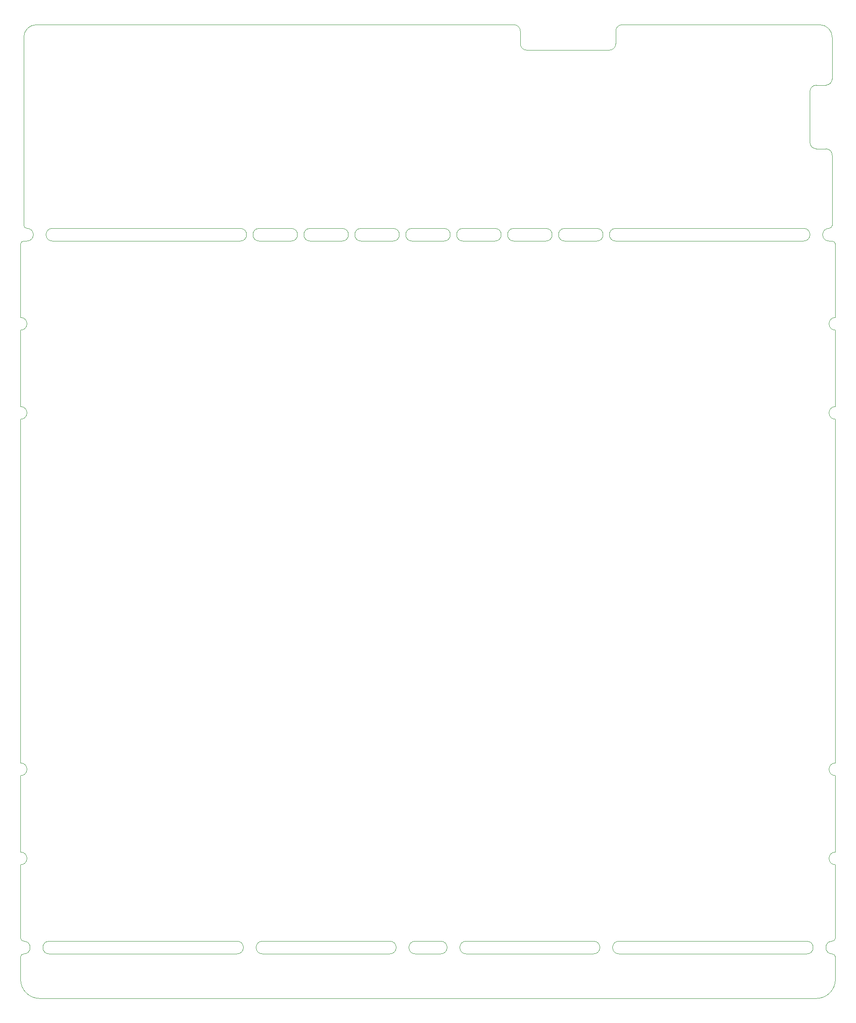
<source format=gm1>
G04 #@! TF.GenerationSoftware,KiCad,Pcbnew,5.0.1-33cea8e~68~ubuntu16.04.1*
G04 #@! TF.CreationDate,2018-10-30T17:20:45+05:30*
G04 #@! TF.ProjectId,ClockIOT,436C6F636B494F542E6B696361645F70,rev 3*
G04 #@! TF.SameCoordinates,Original*
G04 #@! TF.FileFunction,Profile,NP*
%FSLAX46Y46*%
G04 Gerber Fmt 4.6, Leading zero omitted, Abs format (unit mm)*
G04 Created by KiCad (PCBNEW 5.0.1-33cea8e~68~ubuntu16.04.1) date Tue Oct 30 17:20:45 2018*
%MOMM*%
%LPD*%
G01*
G04 APERTURE LIST*
%ADD10C,0.076200*%
G04 APERTURE END LIST*
D10*
X212090000Y-90805000D02*
G75*
G02X211455000Y-91440000I-635000J0D01*
G01*
X51435000Y-91440000D02*
G75*
G02X50800000Y-90805000I0J635000D01*
G01*
X50800000Y-90805000D02*
X50800000Y-53340000D01*
X53340000Y-50800000D02*
X148590000Y-50800000D01*
X212090000Y-76835000D02*
X212090000Y-90805000D01*
X50800000Y-53340000D02*
G75*
G02X53340000Y-50800000I2540000J0D01*
G01*
X209550000Y-50800000D02*
G75*
G02X212090000Y-53340000I0J-2540000D01*
G01*
X168910000Y-91440000D02*
X168910000Y-91440000D01*
X148590000Y-50800000D02*
G75*
G02X149860000Y-52070000I0J-1270000D01*
G01*
X151130000Y-55880000D02*
G75*
G02X149860000Y-54610000I0J1270000D01*
G01*
X168910000Y-54610000D02*
G75*
G02X167640000Y-55880000I-1270000J0D01*
G01*
X168910000Y-52070000D02*
G75*
G02X170180000Y-50800000I1270000J0D01*
G01*
X168910000Y-52070000D02*
X168910000Y-54610000D01*
X151130000Y-55880000D02*
X167640000Y-55880000D01*
X149860000Y-52070000D02*
X149860000Y-54610000D01*
X170180000Y-50800000D02*
X209550000Y-50800000D01*
X209550000Y-50800000D02*
X209550000Y-50800000D01*
X212090000Y-61595000D02*
G75*
G02X210820000Y-62865000I-1270000J0D01*
G01*
X210820000Y-75565000D02*
G75*
G02X212090000Y-76835000I0J-1270000D01*
G01*
X208915000Y-75565000D02*
G75*
G02X207645000Y-74295000I0J1270000D01*
G01*
X207645000Y-64135000D02*
G75*
G02X208915000Y-62865000I1270000J0D01*
G01*
X210820000Y-62865000D02*
X208915000Y-62865000D01*
X207645000Y-74295000D02*
X207645000Y-64135000D01*
X210820000Y-75565000D02*
X208915000Y-75565000D01*
X212090000Y-53340000D02*
X212090000Y-61595000D01*
X50165000Y-200660000D02*
X50165000Y-215900000D01*
X50165000Y-129540000D02*
X50165000Y-198120000D01*
X50165000Y-127000000D02*
G75*
G02X50165000Y-129540000I0J-1270000D01*
G01*
X50165000Y-198120000D02*
G75*
G02X50165000Y-200660000I0J-1270000D01*
G01*
X212725000Y-200660000D02*
X212725000Y-215900000D01*
X212725000Y-200660000D02*
G75*
G02X212725000Y-198120000I0J1270000D01*
G01*
X212725000Y-129540000D02*
X212725000Y-198120000D01*
X212725000Y-129540000D02*
G75*
G02X212725000Y-127000000I0J1270000D01*
G01*
X51435000Y-93980000D02*
X50800000Y-93980000D01*
X211455000Y-93980000D02*
X212090000Y-93980000D01*
X133985000Y-236220000D02*
X128905000Y-236220000D01*
X93345000Y-233680000D02*
G75*
G02X93345000Y-236220000I0J-1270000D01*
G01*
X128905000Y-233680000D02*
X133985000Y-233680000D01*
X212725000Y-233045000D02*
G75*
G02X212090000Y-233680000I-635000J0D01*
G01*
X164465000Y-236220000D02*
X139065000Y-236220000D01*
X169545000Y-236220000D02*
X207010000Y-236220000D01*
X207010000Y-233680000D02*
G75*
G02X207010000Y-236220000I0J-1270000D01*
G01*
X50165000Y-236855000D02*
G75*
G02X50800000Y-236220000I635000J0D01*
G01*
X98425000Y-236220000D02*
G75*
G02X98425000Y-233680000I0J1270000D01*
G01*
X55880000Y-236220000D02*
X93345000Y-236220000D01*
X55880000Y-236220000D02*
G75*
G02X55880000Y-233680000I0J1270000D01*
G01*
X169545000Y-236220000D02*
G75*
G02X169545000Y-233680000I0J1270000D01*
G01*
X50800000Y-233680000D02*
G75*
G02X50800000Y-236220000I0J-1270000D01*
G01*
X123825000Y-236220000D02*
X98425000Y-236220000D01*
X55880000Y-233680000D02*
X93345000Y-233680000D01*
X207010000Y-233680000D02*
X169545000Y-233680000D01*
X139065000Y-233680000D02*
X164465000Y-233680000D01*
X133985000Y-233680000D02*
G75*
G02X133985000Y-236220000I0J-1270000D01*
G01*
X128905000Y-236220000D02*
G75*
G02X128905000Y-233680000I0J1270000D01*
G01*
X123825000Y-233680000D02*
G75*
G02X123825000Y-236220000I0J-1270000D01*
G01*
X212090000Y-236220000D02*
G75*
G02X212725000Y-236855000I0J-635000D01*
G01*
X139065000Y-236220000D02*
G75*
G02X139065000Y-233680000I0J1270000D01*
G01*
X164465000Y-233680000D02*
G75*
G02X164465000Y-236220000I0J-1270000D01*
G01*
X212090000Y-236220000D02*
G75*
G02X212090000Y-233680000I0J1270000D01*
G01*
X50800000Y-233680000D02*
G75*
G02X50165000Y-233045000I0J635000D01*
G01*
X98425000Y-233680000D02*
X123825000Y-233680000D01*
X206375000Y-91440000D02*
G75*
G02X206375000Y-93980000I0J-1270000D01*
G01*
X211455000Y-93980000D02*
G75*
G02X211455000Y-91440000I0J1270000D01*
G01*
X56515000Y-93980000D02*
G75*
G02X56515000Y-91440000I0J1270000D01*
G01*
X51435000Y-91440000D02*
G75*
G02X51435000Y-93980000I0J-1270000D01*
G01*
X104140000Y-93980000D02*
X97790000Y-93980000D01*
X97790000Y-91440000D02*
X104140000Y-91440000D01*
X114300000Y-93980000D02*
X107950000Y-93980000D01*
X107950000Y-91440000D02*
X114300000Y-91440000D01*
X124460000Y-93980000D02*
X118110000Y-93980000D01*
X118110000Y-91440000D02*
X124460000Y-91440000D01*
X134620000Y-93980000D02*
X128270000Y-93980000D01*
X128270000Y-91440000D02*
X134620000Y-91440000D01*
X144780000Y-93980000D02*
X138430000Y-93980000D01*
X138430000Y-91440000D02*
X144780000Y-91440000D01*
X148590000Y-93980000D02*
X154940000Y-93980000D01*
X154940000Y-91440000D02*
X148590000Y-91440000D01*
X165100000Y-93980000D02*
X158750000Y-93980000D01*
X158750000Y-91440000D02*
X165100000Y-91440000D01*
X211455000Y-93980000D02*
X211455000Y-93980000D01*
X168910000Y-93980000D02*
X206375000Y-93980000D01*
X168910000Y-91440000D02*
X168910000Y-91440000D01*
X206375000Y-91440000D02*
X168910000Y-91440000D01*
X212090000Y-93980000D02*
G75*
G02X212725000Y-94615000I0J-635000D01*
G01*
X168910000Y-93980000D02*
G75*
G02X168910000Y-91440000I0J1270000D01*
G01*
X165100000Y-91440000D02*
G75*
G02X165100000Y-93980000I0J-1270000D01*
G01*
X158750000Y-93980000D02*
G75*
G02X158750000Y-91440000I0J1270000D01*
G01*
X154940000Y-91440000D02*
G75*
G02X154940000Y-93980000I0J-1270000D01*
G01*
X148590000Y-93980000D02*
G75*
G02X148590000Y-91440000I0J1270000D01*
G01*
X144780000Y-91440000D02*
G75*
G02X144780000Y-93980000I0J-1270000D01*
G01*
X138430000Y-93980000D02*
G75*
G02X138430000Y-91440000I0J1270000D01*
G01*
X134620000Y-91440000D02*
G75*
G02X134620000Y-93980000I0J-1270000D01*
G01*
X128270000Y-93980000D02*
G75*
G02X128270000Y-91440000I0J1270000D01*
G01*
X124460000Y-91440000D02*
G75*
G02X124460000Y-93980000I0J-1270000D01*
G01*
X118110000Y-93980000D02*
G75*
G02X118110000Y-91440000I0J1270000D01*
G01*
X114300000Y-91440000D02*
G75*
G02X114300000Y-93980000I0J-1270000D01*
G01*
X107950000Y-93980000D02*
G75*
G02X107950000Y-91440000I0J1270000D01*
G01*
X104140000Y-91440000D02*
G75*
G02X104140000Y-93980000I0J-1270000D01*
G01*
X97790000Y-93980000D02*
G75*
G02X97790000Y-91440000I0J1270000D01*
G01*
X93980000Y-91440000D02*
G75*
G02X93980000Y-93980000I0J-1270000D01*
G01*
X56515000Y-93980000D02*
X93980000Y-93980000D01*
X56515000Y-91440000D02*
X93980000Y-91440000D01*
X50165000Y-94615000D02*
G75*
G02X50800000Y-93980000I635000J0D01*
G01*
X53975000Y-245110000D02*
G75*
G02X50165000Y-241300000I0J3810000D01*
G01*
X212725000Y-241300000D02*
G75*
G02X208915000Y-245110000I-3810000J0D01*
G01*
X212725000Y-241300000D02*
X212725000Y-236855000D01*
X53975000Y-245110000D02*
X208915000Y-245110000D01*
X50165000Y-236855000D02*
X50165000Y-241300000D01*
X50165000Y-218440000D02*
X50165000Y-233045000D01*
X50165000Y-215900000D02*
X50165000Y-215900000D01*
X50165000Y-111760000D02*
X50165000Y-127000000D01*
X212725000Y-218440000D02*
X212725000Y-233045000D01*
X212725000Y-215900000D02*
X212725000Y-215900000D01*
X212725000Y-111760000D02*
X212725000Y-127000000D01*
X212725000Y-111760000D02*
G75*
G02X212725000Y-109220000I0J1270000D01*
G01*
X212725000Y-218440000D02*
G75*
G02X212725000Y-215900000I0J1270000D01*
G01*
X50165000Y-215900000D02*
G75*
G02X50165000Y-218440000I0J-1270000D01*
G01*
X50165000Y-109220000D02*
G75*
G02X50165000Y-111760000I0J-1270000D01*
G01*
X50165000Y-109220000D02*
X50165000Y-94615000D01*
X212725000Y-94615000D02*
X212725000Y-109220000D01*
M02*

</source>
